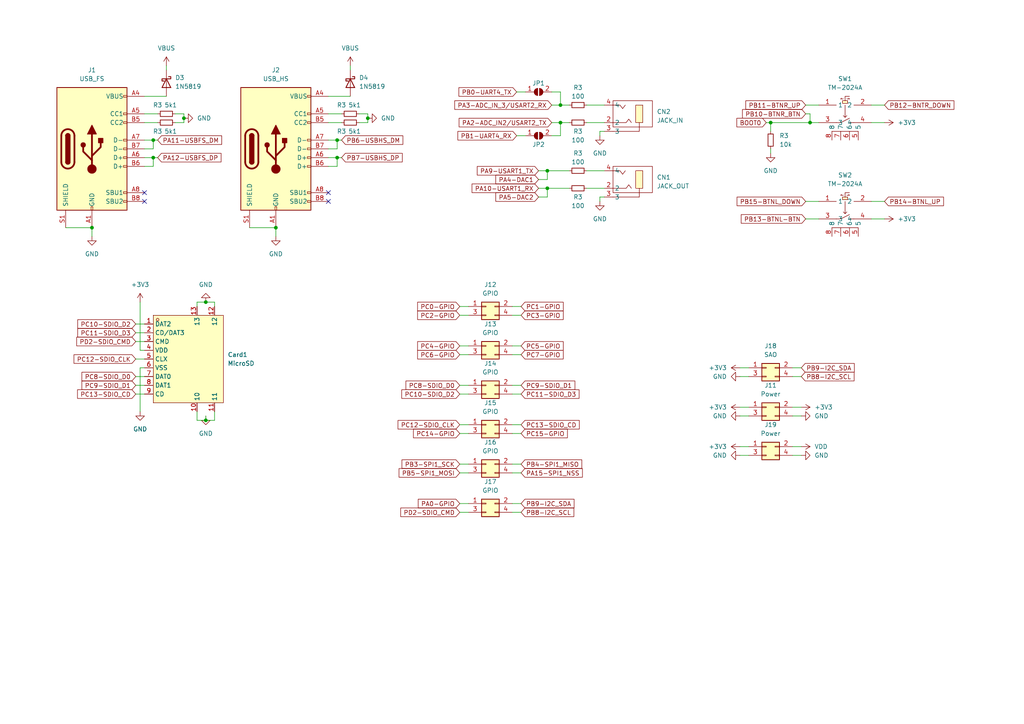
<source format=kicad_sch>
(kicad_sch (version 20230121) (generator eeschema)
  (paper "A4")
  (lib_symbols
    (symbol "Connector:USB_C_Receptacle_USB2.0" (pin_names (offset 1.016))
      (property "Reference" "J" (at -10.16 19.05 0))
      (property "Value" "USB_C_Receptacle_USB2.0" (at 19.05 19.05 0))
      (symbol "USB_C_Receptacle_USB2.0_0_0"
        (rectangle (start -0.254 -17.78) (end 0.254 -16.764))
        (rectangle (start 10.16 -14.986) (end 9.144 -15.494))
        (rectangle (start 10.16 -12.446) (end 9.144 -12.954))
        (rectangle (start 10.16 -4.826) (end 9.144 -5.334))
        (rectangle (start 10.16 -2.286) (end 9.144 -2.794))
        (rectangle (start 10.16 0.254) (end 9.144 -0.254))
        (rectangle (start 10.16 2.794) (end 9.144 2.286))
        (rectangle (start 10.16 7.874) (end 9.144 7.366))
        (rectangle (start 10.16 10.414) (end 9.144 9.906))
        (rectangle (start 10.16 15.494) (end 9.144 14.986))
      )
      (symbol "USB_C_Receptacle_USB2.0_0_1"
        (rectangle (start -10.16 17.78) (end 10.16 -17.78) (stroke (width 0.254)) (fill (type background)))
        (arc (start -8.89 -3.81) (mid -6.985 -5.7067) (end -5.08 -3.81) (stroke (width 0.508)))
        (arc (start -7.62 -3.81) (mid -6.985 -4.4423) (end -6.35 -3.81) (stroke (width 0.254)))
        (arc (start -7.62 -3.81) (mid -6.985 -4.4423) (end -6.35 -3.81) (stroke (width 0.254)) (fill (type outline)))
        (rectangle (start -7.62 -3.81) (end -6.35 3.81) (stroke (width 0.254)) (fill (type outline)))
        (arc (start -6.35 3.81) (mid -6.985 4.4423) (end -7.62 3.81) (stroke (width 0.254)))
        (arc (start -6.35 3.81) (mid -6.985 4.4423) (end -7.62 3.81) (stroke (width 0.254)) (fill (type outline)))
        (arc (start -5.08 3.81) (mid -6.985 5.7067) (end -8.89 3.81) (stroke (width 0.508)))
        (circle (center -2.54 1.143) (radius 0.635) (stroke (width 0.254)) (fill (type outline)))
        (circle (center 0 -5.842) (radius 1.27) (fill (type outline)))
        (polyline (pts (xy -8.89 -3.81) (xy -8.89 3.81)) (stroke (width 0.508)))
        (polyline (pts (xy -5.08 3.81) (xy -5.08 -3.81)) (stroke (width 0.508)))
        (polyline (pts (xy 0 -5.842) (xy 0 4.318)) (stroke (width 0.508)))
        (polyline (pts (xy 0 -3.302) (xy -2.54 -0.762) (xy -2.54 0.508)) (stroke (width 0.508)))
        (polyline (pts (xy 0 -2.032) (xy 2.54 0.508) (xy 2.54 1.778)) (stroke (width 0.508)))
        (polyline (pts (xy -1.27 4.318) (xy 0 6.858) (xy 1.27 4.318) (xy -1.27 4.318)) (stroke (width 0.254)) (fill (type outline)))
        (rectangle (start 1.905 1.778) (end 3.175 3.048) (stroke (width 0.254)) (fill (type outline)))
      )
      (symbol "USB_C_Receptacle_USB2.0_1_1"
        (pin passive line (at 0 -22.86 90) (length 5.08) (name "GND") (number "A1"))
        (pin passive line (at 0 -22.86 90) (length 5.08) hide (name "GND") (number "A12"))
        (pin passive line (at 15.24 15.24 180) (length 5.08) (name "VBUS") (number "A4"))
        (pin bidirectional line (at 15.24 10.16 180) (length 5.08) (name "CC1") (number "A5"))
        (pin bidirectional line (at 15.24 -2.54 180) (length 5.08) (name "D+") (number "A6"))
        (pin bidirectional line (at 15.24 2.54 180) (length 5.08) (name "D-") (number "A7"))
        (pin bidirectional line (at 15.24 -12.7 180) (length 5.08) (name "SBU1") (number "A8"))
        (pin passive line (at 15.24 15.24 180) (length 5.08) hide (name "VBUS") (number "A9"))
        (pin passive line (at 0 -22.86 90) (length 5.08) hide (name "GND") (number "B1"))
        (pin passive line (at 0 -22.86 90) (length 5.08) hide (name "GND") (number "B12"))
        (pin passive line (at 15.24 15.24 180) (length 5.08) hide (name "VBUS") (number "B4"))
        (pin bidirectional line (at 15.24 7.62 180) (length 5.08) (name "CC2") (number "B5"))
        (pin bidirectional line (at 15.24 -5.08 180) (length 5.08) (name "D+") (number "B6"))
        (pin bidirectional line (at 15.24 0 180) (length 5.08) (name "D-") (number "B7"))
        (pin bidirectional line (at 15.24 -15.24 180) (length 5.08) (name "SBU2") (number "B8"))
        (pin passive line (at 15.24 15.24 180) (length 5.08) hide (name "VBUS") (number "B9"))
        (pin passive line (at -7.62 -22.86 90) (length 5.08) (name "SHIELD") (number "S1"))
      )
    )
    (symbol "Connector_Generic:Conn_02x02_Odd_Even" (pin_names (offset 1.016) hide)
      (property "Reference" "J" (at 1.27 2.54 0))
      (property "Value" "Conn_02x02_Odd_Even" (at 1.27 -5.08 0))
      (symbol "Conn_02x02_Odd_Even_1_1"
        (rectangle (start -1.27 -2.413) (end 0 -2.667) (stroke (width 0.1524)))
        (rectangle (start -1.27 0.127) (end 0 -0.127) (stroke (width 0.1524)))
        (rectangle (start -1.27 1.27) (end 3.81 -3.81) (stroke (width 0.254)) (fill (type background)))
        (rectangle (start 3.81 -2.413) (end 2.54 -2.667) (stroke (width 0.1524)))
        (rectangle (start 3.81 0.127) (end 2.54 -0.127) (stroke (width 0.1524)))
        (pin passive line (at -5.08 0 0) (length 3.81) (name "Pin_1") (number "1"))
        (pin passive line (at 7.62 0 180) (length 3.81) (name "Pin_2") (number "2"))
        (pin passive line (at -5.08 -2.54 0) (length 3.81) (name "Pin_3") (number "3"))
        (pin passive line (at 7.62 -2.54 180) (length 3.81) (name "Pin_4") (number "4"))
      )
    )
    (symbol "Device:D_Schottky" (pin_numbers hide) (pin_names (offset 1.016) hide)
      (property "Reference" "D" (at 0 2.54 0))
      (property "Value" "D_Schottky" (at 0 -2.54 0))
      (symbol "D_Schottky_0_1"
        (polyline (pts (xy 1.27 0) (xy -1.27 0)))
        (polyline (pts (xy 1.27 1.27) (xy 1.27 -1.27) (xy -1.27 0) (xy 1.27 1.27)) (stroke (width 0.254)))
        (polyline (pts (xy -1.905 0.635) (xy -1.905 1.27) (xy -1.27 1.27) (xy -1.27 -1.27) (xy -0.635 -1.27) (xy -0.635 -0.635)) (stroke (width 0.254)))
      )
      (symbol "D_Schottky_1_1"
        (pin passive line (at -3.81 0 0) (length 2.54) (name "K") (number "1"))
        (pin passive line (at 3.81 0 180) (length 2.54) (name "A") (number "2"))
      )
    )
    (symbol "Device:R_Small" (pin_numbers hide) (pin_names (offset 0.254) hide)
      (property "Reference" "R" (at 0.762 0.508 0))
      (property "Value" "R_Small" (at 0.762 -1.016 0))
      (symbol "R_Small_0_1"
        (rectangle (start -0.762 1.778) (end 0.762 -1.778) (stroke (width 0.2032)))
      )
      (symbol "R_Small_1_1"
        (pin passive line (at 0 2.54 270) (length 0.762) (name "~") (number "1"))
        (pin passive line (at 0 -2.54 90) (length 0.762) (name "~") (number "2"))
      )
    )
    (symbol "Jumper:SolderJumper_2_Open" (pin_names (offset 0) hide)
      (property "Reference" "JP" (at 0 2.032 0))
      (property "Value" "SolderJumper_2_Open" (at 0 -2.54 0))
      (symbol "SolderJumper_2_Open_0_1"
        (arc (start -0.254 1.016) (mid -1.2656 0) (end -0.254 -1.016))
        (arc (start -0.254 1.016) (mid -1.2656 0) (end -0.254 -1.016) (fill (type outline)))
        (polyline (pts (xy -0.254 1.016) (xy -0.254 -1.016)))
        (polyline (pts (xy 0.254 1.016) (xy 0.254 -1.016)))
        (arc (start 0.254 -1.016) (mid 1.2656 0) (end 0.254 1.016))
        (arc (start 0.254 -1.016) (mid 1.2656 0) (end 0.254 1.016) (fill (type outline)))
      )
      (symbol "SolderJumper_2_Open_1_1"
        (pin passive line (at -3.81 0 0) (length 2.54) (name "A") (number "1"))
        (pin passive line (at 3.81 0 180) (length 2.54) (name "B") (number "2"))
      )
    )
    (symbol "PJ-320:PJ-320"
      (property "Reference" "CN" (at 0 7.62 0))
      (property "Value" "PJ-320" (at 0 -10.16 0))
      (symbol "PJ-320_0_1"
        (rectangle (start -11.43 1.27) (end 0 -6.35))
        (rectangle (start -8.64 0) (end -6.6 -5.08) (fill (type background)))
        (polyline (pts (xy -7.62 2.54) (xy -7.62 0)))
        (polyline (pts (xy -7.62 2.54) (xy 0 2.54)))
        (polyline (pts (xy 0 -5.08) (xy -2.03 -5.08) (xy -2.79 -4.06) (xy -3.56 -5.08)))
        (polyline (pts (xy 0 0) (xy -3.81 0) (xy -4.57 -1.02) (xy -5.33 0)))
        (pin unspecified line (at 2.54 0 180) (length 2.54) (name "2") (number "2"))
        (pin unspecified line (at 2.54 2.54 180) (length 2.54) (name "3") (number "3"))
        (pin unspecified line (at 2.54 -5.08 180) (length 2.54) (name "4") (number "4"))
      )
    )
    (symbol "TFPUSH:TFPUSH"
      (property "Reference" "Card" (at 0 20.32 0))
      (property "Value" "TF PUSH" (at 0 -20.32 0))
      (symbol "TFPUSH_0_1"
        (rectangle (start -7.62 12.7) (end 12.7 -12.7) (fill (type background)))
        (circle (center -6.35 11.43) (radius 0.38))
        (pin unspecified line (at -10.16 10.16 0) (length 2.54) (name "DAT2") (number "1"))
        (pin unspecified line (at 5.08 -15.24 90) (length 2.54) (name "10") (number "10"))
        (pin unspecified line (at 10.16 -15.24 90) (length 2.54) (name "11") (number "11"))
        (pin unspecified line (at 10.16 15.24 270) (length 2.54) (name "12") (number "12"))
        (pin unspecified line (at 5.08 15.24 270) (length 2.54) (name "13") (number "13"))
        (pin unspecified line (at -10.16 7.62 0) (length 2.54) (name "CD/DAT3") (number "2"))
        (pin unspecified line (at -10.16 5.08 0) (length 2.54) (name "CMD") (number "3"))
        (pin unspecified line (at -10.16 2.54 0) (length 2.54) (name "VDD") (number "4"))
        (pin unspecified line (at -10.16 0 0) (length 2.54) (name "CLX") (number "5"))
        (pin unspecified line (at -10.16 -2.54 0) (length 2.54) (name "VSS") (number "6"))
        (pin unspecified line (at -10.16 -5.08 0) (length 2.54) (name "DAT0") (number "7"))
        (pin unspecified line (at -10.16 -7.62 0) (length 2.54) (name "DAT1") (number "8"))
        (pin unspecified line (at -10.16 -10.16 0) (length 2.54) (name "CD") (number "9"))
      )
    )
    (symbol "TM2024A:TM-2024A"
      (property "Reference" "SW" (at 0 10.16 0))
      (property "Value" "TM-2024A" (at 0 -10.16 0))
      (symbol "TM-2024A_0_1"
        (rectangle (start -2.03 6.35) (end -0.51 5.59) (fill (type background)))
        (polyline (pts (xy -2.54 0) (xy -3.81 0)))
        (polyline (pts (xy -2.54 0) (xy 0 1.27)))
        (polyline (pts (xy -2.54 6.86) (xy -2.29 7.11)))
        (polyline (pts (xy -1.78 6.86) (xy -2.54 6.86)))
        (polyline (pts (xy -1.27 5.08) (xy -1.27 1.52)))
        (polyline (pts (xy -0.76 6.86) (xy 0 6.86)))
        (polyline (pts (xy -0.25 7.11) (xy 0 6.86)))
        (polyline (pts (xy 1.27 0) (xy 0 0)))
        (polyline (pts (xy 2.54 -2.54) (xy -5.08 -2.54)))
        (polyline (pts (xy -1.78 2.03) (xy -1.27 1.52) (xy -0.76 2.03)))
        (polyline (pts (xy -1.27 6.35) (xy -1.27 7.62) (xy 0 7.62) (xy 0 7.62)))
        (pin unspecified line (at -8.89 5.08 0) (length 5.08) (name "1") (number "1"))
        (pin unspecified line (at 6.35 5.08 180) (length 5.08) (name "2") (number "2"))
        (pin unspecified line (at -8.89 0 0) (length 5.08) (name "3") (number "3"))
        (pin unspecified line (at 6.35 0 180) (length 5.08) (name "4") (number "4"))
        (pin unspecified line (at 2.54 -5.08 90) (length 2.54) (name "5") (number "5"))
        (pin unspecified line (at 0 -5.08 90) (length 2.54) (name "6") (number "6"))
        (pin unspecified line (at -2.54 -5.08 90) (length 2.54) (name "7") (number "7"))
        (pin unspecified line (at -5.08 -5.08 90) (length 2.54) (name "8") (number "8"))
      )
    )
    (symbol "power:+3V3" (power) (pin_names (offset 0))
      (property "Value" "+3V3" (at 0 3.556 0))
      (symbol "+3V3_0_1"
        (polyline (pts (xy -0.762 1.27) (xy 0 2.54)))
        (polyline (pts (xy 0 0) (xy 0 2.54)))
        (polyline (pts (xy 0 2.54) (xy 0.762 1.27)))
      )
      (symbol "+3V3_1_1"
        (pin power_in line (at 0 0 90) (length 0) hide (name "+3V3") (number "1"))
      )
    )
    (symbol "power:GND" (power) (pin_names (offset 0))
      (property "Value" "GND" (at 0 -3.81 0))
      (symbol "GND_0_1"
        (polyline (pts (xy 0 0) (xy 0 -1.27) (xy 1.27 -1.27) (xy 0 -2.54) (xy -1.27 -1.27) (xy 0 -1.27)))
      )
      (symbol "GND_1_1"
        (pin power_in line (at 0 0 270) (length 0) hide (name "GND") (number "1"))
      )
    )
    (symbol "power:VBUS" (power) (pin_names (offset 0))
      (property "Value" "VBUS" (at 0 3.81 0))
      (symbol "VBUS_0_1"
        (polyline (pts (xy -0.762 1.27) (xy 0 2.54)))
        (polyline (pts (xy 0 0) (xy 0 2.54)))
        (polyline (pts (xy 0 2.54) (xy 0.762 1.27)))
      )
      (symbol "VBUS_1_1"
        (pin power_in line (at 0 0 90) (length 0) hide (name "VBUS") (number "1"))
      )
    )
    (symbol "power:VDD" (power) (pin_names (offset 0))
      (property "Value" "VDD" (at 0 3.81 0))
      (symbol "VDD_0_1"
        (polyline (pts (xy -0.762 1.27) (xy 0 2.54)))
        (polyline (pts (xy 0 0) (xy 0 2.54)))
        (polyline (pts (xy 0 2.54) (xy 0.762 1.27)))
      )
      (symbol "VDD_1_1"
        (pin power_in line (at 0 0 90) (length 0) hide (name "VDD") (number "1"))
      )
    )
  )
  (junction (at 80.01 66.04))
  (junction (at 97.79 40.64))
  (junction (at 53.34 34.29))
  (junction (at 44.45 40.64))
  (junction (at 162.56 35.56))
  (junction (at 97.79 45.72))
  (junction (at 44.45 45.72))
  (junction (at 26.67 66.04))
  (junction (at 106.68 34.29))
  (junction (at 162.56 30.48))
  (junction (at 158.75 54.61))
  (junction (at 59.69 121.92))
  (junction (at 234.95 35.56))
  (junction (at 223.52 35.56))
  (junction (at 158.75 49.53))
  (junction (at 59.69 87.63))
  (no_connect (at 41.91 55.88))
  (no_connect (at 95.25 58.42))
  (no_connect (at 41.91 58.42))
  (no_connect (at 95.25 55.88))
  (wire (pts (xy 62.23 121.92) (xy 59.69 121.92)))
  (wire (pts (xy 44.45 43.18) (xy 44.45 40.64)))
  (wire (pts (xy 222.25 35.56) (xy 223.52 35.56)))
  (wire (pts (xy 156.21 54.61) (xy 158.75 54.61)))
  (wire (pts (xy 233.68 33.02) (xy 234.95 33.02)))
  (wire (pts (xy 41.91 35.56) (xy 45.72 35.56)))
  (wire (pts (xy 97.79 45.72) (xy 99.06 45.72)))
  (wire (pts (xy 39.37 96.52) (xy 41.91 96.52)))
  (wire (pts (xy 40.64 106.68) (xy 40.64 119.38)))
  (wire (pts (xy 106.68 33.02) (xy 106.68 34.29)))
  (wire (pts (xy 162.56 26.67) (xy 162.56 30.48)))
  (wire (pts (xy 41.91 43.18) (xy 44.45 43.18)))
  (wire (pts (xy 148.59 125.73) (xy 151.13 125.73)))
  (wire (pts (xy 133.35 148.59) (xy 135.89 148.59)))
  (wire (pts (xy 53.34 33.02) (xy 53.34 34.29)))
  (wire (pts (xy 233.68 63.5) (xy 237.49 63.5)))
  (wire (pts (xy 19.05 66.04) (xy 26.67 66.04)))
  (wire (pts (xy 133.35 137.16) (xy 135.89 137.16)))
  (wire (pts (xy 97.79 40.64) (xy 99.06 40.64)))
  (wire (pts (xy 162.56 35.56) (xy 165.1 35.56)))
  (wire (pts (xy 170.18 35.56) (xy 175.26 35.56)))
  (wire (pts (xy 170.18 49.53) (xy 175.26 49.53)))
  (wire (pts (xy 214.63 106.68) (xy 217.17 106.68)))
  (wire (pts (xy 39.37 93.98) (xy 41.91 93.98)))
  (wire (pts (xy 148.59 148.59) (xy 151.13 148.59)))
  (wire (pts (xy 214.63 132.08) (xy 217.17 132.08)))
  (wire (pts (xy 233.68 30.48) (xy 237.49 30.48)))
  (wire (pts (xy 173.99 57.15) (xy 175.26 57.15)))
  (wire (pts (xy 104.14 35.56) (xy 106.68 35.56)))
  (wire (pts (xy 62.23 88.9) (xy 62.23 87.63)))
  (wire (pts (xy 41.91 33.02) (xy 45.72 33.02)))
  (wire (pts (xy 50.8 35.56) (xy 53.34 35.56)))
  (wire (pts (xy 156.21 57.15) (xy 158.75 57.15)))
  (wire (pts (xy 223.52 35.56) (xy 223.52 38.1)))
  (wire (pts (xy 170.18 30.48) (xy 175.26 30.48)))
  (wire (pts (xy 160.02 35.56) (xy 162.56 35.56)))
  (wire (pts (xy 229.87 109.22) (xy 232.41 109.22)))
  (wire (pts (xy 39.37 104.14) (xy 41.91 104.14)))
  (wire (pts (xy 133.35 146.05) (xy 135.89 146.05)))
  (wire (pts (xy 214.63 109.22) (xy 217.17 109.22)))
  (wire (pts (xy 148.59 146.05) (xy 151.13 146.05)))
  (wire (pts (xy 148.59 114.3) (xy 151.13 114.3)))
  (wire (pts (xy 149.86 39.37) (xy 152.4 39.37)))
  (wire (pts (xy 214.63 129.54) (xy 217.17 129.54)))
  (wire (pts (xy 148.59 137.16) (xy 151.13 137.16)))
  (wire (pts (xy 148.59 88.9) (xy 151.13 88.9)))
  (wire (pts (xy 39.37 111.76) (xy 41.91 111.76)))
  (wire (pts (xy 214.63 120.65) (xy 217.17 120.65)))
  (wire (pts (xy 252.73 30.48) (xy 256.54 30.48)))
  (wire (pts (xy 252.73 35.56) (xy 256.54 35.56)))
  (wire (pts (xy 40.64 101.6) (xy 41.91 101.6)))
  (wire (pts (xy 133.35 91.44) (xy 135.89 91.44)))
  (wire (pts (xy 148.59 100.33) (xy 151.13 100.33)))
  (wire (pts (xy 62.23 87.63) (xy 59.69 87.63)))
  (wire (pts (xy 41.91 40.64) (xy 44.45 40.64)))
  (wire (pts (xy 133.35 100.33) (xy 135.89 100.33)))
  (wire (pts (xy 133.35 88.9) (xy 135.89 88.9)))
  (wire (pts (xy 57.15 88.9) (xy 57.15 87.63)))
  (wire (pts (xy 148.59 111.76) (xy 151.13 111.76)))
  (wire (pts (xy 229.87 120.65) (xy 232.41 120.65)))
  (wire (pts (xy 106.68 35.56) (xy 106.68 34.29)))
  (wire (pts (xy 158.75 57.15) (xy 158.75 54.61)))
  (wire (pts (xy 57.15 119.38) (xy 57.15 121.92)))
  (wire (pts (xy 53.34 35.56) (xy 53.34 34.29)))
  (wire (pts (xy 158.75 54.61) (xy 165.1 54.61)))
  (wire (pts (xy 41.91 106.68) (xy 40.64 106.68)))
  (wire (pts (xy 133.35 134.62) (xy 135.89 134.62)))
  (wire (pts (xy 223.52 43.18) (xy 223.52 44.45)))
  (wire (pts (xy 57.15 87.63) (xy 59.69 87.63)))
  (wire (pts (xy 148.59 123.19) (xy 151.13 123.19)))
  (wire (pts (xy 57.15 121.92) (xy 59.69 121.92)))
  (wire (pts (xy 133.35 125.73) (xy 135.89 125.73)))
  (wire (pts (xy 148.59 91.44) (xy 151.13 91.44)))
  (wire (pts (xy 133.35 114.3) (xy 135.89 114.3)))
  (wire (pts (xy 170.18 54.61) (xy 175.26 54.61)))
  (wire (pts (xy 95.25 48.26) (xy 97.79 48.26)))
  (wire (pts (xy 162.56 39.37) (xy 162.56 35.56)))
  (wire (pts (xy 156.21 52.07) (xy 158.75 52.07)))
  (wire (pts (xy 48.26 19.05) (xy 48.26 20.32)))
  (wire (pts (xy 62.23 119.38) (xy 62.23 121.92)))
  (wire (pts (xy 229.87 106.68) (xy 232.41 106.68)))
  (wire (pts (xy 41.91 45.72) (xy 44.45 45.72)))
  (wire (pts (xy 156.21 49.53) (xy 158.75 49.53)))
  (wire (pts (xy 40.64 87.63) (xy 40.64 101.6)))
  (wire (pts (xy 26.67 66.04) (xy 26.67 68.58)))
  (wire (pts (xy 148.59 134.62) (xy 151.13 134.62)))
  (wire (pts (xy 229.87 118.11) (xy 232.41 118.11)))
  (wire (pts (xy 95.25 45.72) (xy 97.79 45.72)))
  (wire (pts (xy 252.73 58.42) (xy 256.54 58.42)))
  (wire (pts (xy 233.68 58.42) (xy 237.49 58.42)))
  (wire (pts (xy 44.45 45.72) (xy 45.72 45.72)))
  (wire (pts (xy 234.95 33.02) (xy 234.95 35.56)))
  (wire (pts (xy 252.73 63.5) (xy 256.54 63.5)))
  (wire (pts (xy 104.14 33.02) (xy 106.68 33.02)))
  (wire (pts (xy 39.37 99.06) (xy 41.91 99.06)))
  (wire (pts (xy 95.25 33.02) (xy 99.06 33.02)))
  (wire (pts (xy 95.25 40.64) (xy 97.79 40.64)))
  (wire (pts (xy 101.6 19.05) (xy 101.6 20.32)))
  (wire (pts (xy 50.8 33.02) (xy 53.34 33.02)))
  (wire (pts (xy 158.75 49.53) (xy 165.1 49.53)))
  (wire (pts (xy 59.69 120.65) (xy 59.69 121.92)))
  (wire (pts (xy 173.99 38.1) (xy 175.26 38.1)))
  (wire (pts (xy 133.35 102.87) (xy 135.89 102.87)))
  (wire (pts (xy 160.02 26.67) (xy 162.56 26.67)))
  (wire (pts (xy 95.25 35.56) (xy 99.06 35.56)))
  (wire (pts (xy 39.37 109.22) (xy 41.91 109.22)))
  (wire (pts (xy 95.25 43.18) (xy 97.79 43.18)))
  (wire (pts (xy 229.87 129.54) (xy 232.41 129.54)))
  (wire (pts (xy 80.01 66.04) (xy 80.01 68.58)))
  (wire (pts (xy 133.35 123.19) (xy 135.89 123.19)))
  (wire (pts (xy 39.37 114.3) (xy 41.91 114.3)))
  (wire (pts (xy 173.99 58.42) (xy 173.99 57.15)))
  (wire (pts (xy 44.45 48.26) (xy 44.45 45.72)))
  (wire (pts (xy 44.45 40.64) (xy 45.72 40.64)))
  (wire (pts (xy 41.91 27.94) (xy 48.26 27.94)))
  (wire (pts (xy 214.63 118.11) (xy 217.17 118.11)))
  (wire (pts (xy 160.02 39.37) (xy 162.56 39.37)))
  (wire (pts (xy 223.52 35.56) (xy 234.95 35.56)))
  (wire (pts (xy 95.25 27.94) (xy 101.6 27.94)))
  (wire (pts (xy 234.95 35.56) (xy 237.49 35.56)))
  (wire (pts (xy 173.99 39.37) (xy 173.99 38.1)))
  (wire (pts (xy 149.86 26.67) (xy 152.4 26.67)))
  (wire (pts (xy 148.59 102.87) (xy 151.13 102.87)))
  (wire (pts (xy 97.79 43.18) (xy 97.79 40.64)))
  (wire (pts (xy 158.75 52.07) (xy 158.75 49.53)))
  (wire (pts (xy 97.79 48.26) (xy 97.79 45.72)))
  (wire (pts (xy 162.56 30.48) (xy 165.1 30.48)))
  (wire (pts (xy 41.91 48.26) (xy 44.45 48.26)))
  (wire (pts (xy 133.35 111.76) (xy 135.89 111.76)))
  (wire (pts (xy 72.39 66.04) (xy 80.01 66.04)))
  (wire (pts (xy 229.87 132.08) (xy 232.41 132.08)))
  (wire (pts (xy 160.02 30.48) (xy 162.56 30.48)))
  (global_label "PB7-USBHS_DP" (shape input) (at 99.06 45.72 0) (property "Intersheetrefs" "${INTERSHEET_REFS}" (effects hide)))
  (global_label "PC8-SDIO_D0" (shape input) (at 39.37 109.22 180) (property "Intersheetrefs" "${INTERSHEET_REFS}" (effects hide)))
  (global_label "PC2-GPIO" (shape input) (at 133.35 91.44 180) (property "Intersheetrefs" "${INTERSHEET_REFS}" (effects hide)))
  (global_label "PA15-SPI1_NSS" (shape input) (at 151.13 137.16 0) (property "Intersheetrefs" "${INTERSHEET_REFS}" (effects hide)))
  (global_label "PC11-SDIO_D3" (shape input) (at 39.37 96.52 180) (property "Intersheetrefs" "${INTERSHEET_REFS}" (effects hide)))
  (global_label "PA10-USART1_RX" (shape input) (at 156.21 54.61 180) (property "Intersheetrefs" "${INTERSHEET_REFS}" (effects hide)))
  (global_label "PB9-I2C_SDA" (shape input) (at 232.41 106.68 0) (property "Intersheetrefs" "${INTERSHEET_REFS}" (effects hide)))
  (global_label "PB11-BTNR_UP" (shape input) (at 233.68 30.48 180) (property "Intersheetrefs" "${INTERSHEET_REFS}" (effects hide)))
  (global_label "PC11-SDIO_D3" (shape input) (at 151.13 114.3 0) (property "Intersheetrefs" "${INTERSHEET_REFS}" (effects hide)))
  (global_label "PB13-BTNL-BTN" (shape input) (at 233.68 63.5 180) (property "Intersheetrefs" "${INTERSHEET_REFS}" (effects hide)))
  (global_label "PB8-I2C_SCL" (shape input) (at 232.41 109.22 0) (property "Intersheetrefs" "${INTERSHEET_REFS}" (effects hide)))
  (global_label "PB8-I2C_SCL" (shape input) (at 151.13 148.59 0) (property "Intersheetrefs" "${INTERSHEET_REFS}" (effects hide)))
  (global_label "PB5-SPI1_MOSI" (shape input) (at 133.35 137.16 180) (property "Intersheetrefs" "${INTERSHEET_REFS}" (effects hide)))
  (global_label "PC14-GPIO" (shape input) (at 133.35 125.73 180) (property "Intersheetrefs" "${INTERSHEET_REFS}" (effects hide)))
  (global_label "PB4-SPI1_MISO" (shape input) (at 151.13 134.62 0) (property "Intersheetrefs" "${INTERSHEET_REFS}" (effects hide)))
  (global_label "PC8-SDIO_D0" (shape input) (at 133.35 111.76 180) (property "Intersheetrefs" "${INTERSHEET_REFS}" (effects hide)))
  (global_label "PC13-SDIO_CD" (shape input) (at 39.37 114.3 180) (property "Intersheetrefs" "${INTERSHEET_REFS}" (effects hide)))
  (global_label "PB12-BNTR_DOWN" (shape input) (at 256.54 30.48 0) (property "Intersheetrefs" "${INTERSHEET_REFS}" (effects hide)))
  (global_label "PC10-SDIO_D2" (shape input) (at 133.35 114.3 180) (property "Intersheetrefs" "${INTERSHEET_REFS}" (effects hide)))
  (global_label "PA12-USBFS_DP" (shape input) (at 45.72 45.72 0) (property "Intersheetrefs" "${INTERSHEET_REFS}" (effects hide)))
  (global_label "PC0-GPIO" (shape input) (at 133.35 88.9 180) (property "Intersheetrefs" "${INTERSHEET_REFS}" (effects hide)))
  (global_label "PC9-SDIO_D1" (shape input) (at 151.13 111.76 0) (property "Intersheetrefs" "${INTERSHEET_REFS}" (effects hide)))
  (global_label "PC1-GPIO" (shape input) (at 151.13 88.9 0) (property "Intersheetrefs" "${INTERSHEET_REFS}" (effects hide)))
  (global_label "PC10-SDIO_D2" (shape input) (at 39.37 93.98 180) (property "Intersheetrefs" "${INTERSHEET_REFS}" (effects hide)))
  (global_label "PC7-GPIO" (shape input) (at 151.13 102.87 0) (property "Intersheetrefs" "${INTERSHEET_REFS}" (effects hide)))
  (global_label "PC15-GPIO" (shape input) (at 151.13 125.73 0) (property "Intersheetrefs" "${INTERSHEET_REFS}" (effects hide)))
  (global_label "PC3-GPIO" (shape input) (at 151.13 91.44 0) (property "Intersheetrefs" "${INTERSHEET_REFS}" (effects hide)))
  (global_label "PB15-BTNL_DOWN" (shape input) (at 233.68 58.42 180) (property "Intersheetrefs" "${INTERSHEET_REFS}" (effects hide)))
  (global_label "PA9-USART1_TX" (shape input) (at 156.21 49.53 180) (property "Intersheetrefs" "${INTERSHEET_REFS}" (effects hide)))
  (global_label "PB14-BTNL_UP" (shape input) (at 256.54 58.42 0) (property "Intersheetrefs" "${INTERSHEET_REFS}" (effects hide)))
  (global_label "PC12-SDIO_CLK" (shape input) (at 39.37 104.14 180) (property "Intersheetrefs" "${INTERSHEET_REFS}" (effects hide)))
  (global_label "BOOT0" (shape input) (at 222.25 35.56 180) (property "Intersheetrefs" "${INTERSHEET_REFS}" (effects hide)))
  (global_label "PA0-GPIO" (shape input) (at 133.35 146.05 180) (property "Intersheetrefs" "${INTERSHEET_REFS}" (effects hide)))
  (global_label "PB9-I2C_SDA" (shape input) (at 151.13 146.05 0) (property "Intersheetrefs" "${INTERSHEET_REFS}" (effects hide)))
  (global_label "PD2-SDIO_CMD" (shape input) (at 133.35 148.59 180) (property "Intersheetrefs" "${INTERSHEET_REFS}" (effects hide)))
  (global_label "PA11-USBFS_DM" (shape input) (at 45.72 40.64 0) (property "Intersheetrefs" "${INTERSHEET_REFS}" (effects hide)))
  (global_label "PC13-SDIO_CD" (shape input) (at 151.13 123.19 0) (property "Intersheetrefs" "${INTERSHEET_REFS}" (effects hide)))
  (global_label "PB0-UART4_TX" (shape input) (at 149.86 26.67 180) (property "Intersheetrefs" "${INTERSHEET_REFS}" (effects hide)))
  (global_label "PB10-BTNR_BTN" (shape input) (at 233.68 33.02 180) (property "Intersheetrefs" "${INTERSHEET_REFS}" (effects hide)))
  (global_label "PC5-GPIO" (shape input) (at 151.13 100.33 0) (property "Intersheetrefs" "${INTERSHEET_REFS}" (effects hide)))
  (global_label "PC12-SDIO_CLK" (shape input) (at 133.35 123.19 180) (property "Intersheetrefs" "${INTERSHEET_REFS}" (effects hide)))
  (global_label "PA4-DAC1" (shape input) (at 156.21 52.07 180) (property "Intersheetrefs" "${INTERSHEET_REFS}" (effects hide)))
  (global_label "PC9-SDIO_D1" (shape input) (at 39.37 111.76 180) (property "Intersheetrefs" "${INTERSHEET_REFS}" (effects hide)))
  (global_label "PB3-SPI1_SCK" (shape input) (at 133.35 134.62 180) (property "Intersheetrefs" "${INTERSHEET_REFS}" (effects hide)))
  (global_label "PA3-ADC_IN_3{slash}USART2_RX" (shape input) (at 160.02 30.48 180) (property "Intersheetrefs" "${INTERSHEET_REFS}" (effects hide)))
  (global_label "PC4-GPIO" (shape input) (at 133.35 100.33 180) (property "Intersheetrefs" "${INTERSHEET_REFS}" (effects hide)))
  (global_label "PC6-GPIO" (shape input) (at 133.35 102.87 180) (property "Intersheetrefs" "${INTERSHEET_REFS}" (effects hide)))
  (global_label "PA5-DAC2" (shape input) (at 156.21 57.15 180) (property "Intersheetrefs" "${INTERSHEET_REFS}" (effects hide)))
  (global_label "PD2-SDIO_CMD" (shape input) (at 39.37 99.06 180) (property "Intersheetrefs" "${INTERSHEET_REFS}" (effects hide)))
  (global_label "PA2-ADC_IN2{slash}USART2_TX" (shape input) (at 160.02 35.56 180) (property "Intersheetrefs" "${INTERSHEET_REFS}" (effects hide)))
  (global_label "PB6-USBHS_DM" (shape input) (at 99.06 40.64 0) (property "Intersheetrefs" "${INTERSHEET_REFS}" (effects hide)))
  (global_label "PB1-UART4_RX" (shape input) (at 149.86 39.37 180) (property "Intersheetrefs" "${INTERSHEET_REFS}" (effects hide)))
  (symbol (lib_id "Device:R_Small") (at 167.64 54.61 90) (unit 1)
    (property "Reference" "R3" (at 167.64 57.15 90))
    (property "Value" "100" (at 167.64 59.69 90))
    (property "Footprint" "Resistor_SMD:R_0603_1608Metric" (effects hide))
    (instances (project "Badge_Bottom" (path "" (reference "R3") (unit 1)) (path "" (reference "R7") (unit 1)) (path "" (reference "R7") (unit 1))))
  )
  (symbol (lib_id "Connector_Generic:Conn_02x02_Odd_Even") (at 140.97 146.05 0) (unit 1) (in_bom no)
    (property "Reference" "J17" (at 142.24 139.7 0))
    (property "Value" "GPIO" (at 142.24 142.24 0))
    (property "Footprint" "Connector_PinHeader_2.54mm:PinHeader_2x02_P2.54mm_Vertical" (effects hide))
  )
  (symbol (lib_id "Connector_Generic:Conn_02x02_Odd_Even") (at 140.97 100.33 0) (unit 1) (in_bom no)
    (property "Reference" "J13" (at 142.24 93.98 0))
    (property "Value" "GPIO" (at 142.24 96.52 0))
    (property "Footprint" "Connector_PinHeader_2.54mm:PinHeader_2x02_P2.54mm_Vertical" (effects hide))
  )
  (symbol (lib_id "power:GND") (at 40.64 119.38 0) (unit 1)
    (property "Reference" "#PWR026" (effects hide))
    (property "Value" "GND" (at 40.64 124.46 0))
    (instances (project "Badge_Bottom" (path "" (reference "#PWR026") (unit 1)) (path "" (reference "#PWR017") (unit 1))))
  )
  (symbol (lib_id "Connector:USB_C_Receptacle_USB2.0") (at 26.67 43.18 0) (unit 1)
    (property "Reference" "J1" (at 26.67 20.32 0))
    (property "Value" "USB_FS" (at 26.67 22.86 0))
    (property "Footprint" "Connector_USB:USB_C_Receptacle_HRO_TYPE-C-31-M-12" (effects hide))
    (property "Datasheet" "https://www.usb.org/sites/default/files/documents/usb_type-c.zip" (effects hide))
  )
  (symbol (lib_id "power:+3V3") (at 256.54 63.5 270) (unit 1)
    (property "Reference" "#PWR02" (effects hide))
    (property "Value" "+3V3" (at 260.35 63.5 90) (effects (justify left)))
    (instances (project "Badge_Bottom" (path "" (reference "#PWR02") (unit 1)) (path "" (reference "#PWR033") (unit 1)) (path "" (reference "#PWR056") (unit 1))))
  )
  (symbol (lib_id "power:GND") (at 214.63 132.08 270) (unit 1)
    (property "Reference" "#PWR026" (effects hide))
    (property "Value" "GND" (at 210.82 132.08 90) (effects (justify right)))
    (instances (project "Badge_Bottom" (path "" (reference "#PWR026") (unit 1)) (path "" (reference "#PWR052") (unit 1))))
  )
  (symbol (lib_id "Connector_Generic:Conn_02x02_Odd_Even") (at 140.97 88.9 0) (unit 1) (in_bom no)
    (property "Reference" "J12" (at 142.24 82.55 0))
    (property "Value" "GPIO" (at 142.24 85.09 0))
    (property "Footprint" "Connector_PinHeader_2.54mm:PinHeader_2x02_P2.54mm_Vertical" (effects hide))
  )
  (symbol (lib_id "Device:R_Small") (at 48.26 35.56 90) (unit 1)
    (property "Reference" "R3" (at 45.72 38.1 90))
    (property "Value" "5k1" (at 49.53 38.1 90))
    (property "Footprint" "Resistor_SMD:R_0603_1608Metric" (effects hide))
    (instances (project "Badge_Bottom" (path "" (reference "R3") (unit 1)) (path "" (reference "R9") (unit 1)) (path "" (reference "R9") (unit 1))))
  )
  (symbol (lib_id "Device:R_Small") (at 223.52 40.64 180) (unit 1)
    (property "Reference" "R3" (at 226.06 39.37 0) (effects (justify right)))
    (property "Value" "10k" (at 226.06 41.91 0) (effects (justify right)))
    (property "Footprint" "Resistor_SMD:R_0603_1608Metric" (effects hide))
    (instances (project "Badge_Bottom" (path "" (reference "R3") (unit 1)) (path "" (reference "R12") (unit 1)) (path "" (reference "R12") (unit 1))))
  )
  (symbol (lib_id "Connector:USB_C_Receptacle_USB2.0") (at 80.01 43.18 0) (unit 1)
    (property "Reference" "J2" (at 80.01 20.32 0))
    (property "Value" "USB_HS" (at 80.01 22.86 0))
    (property "Footprint" "Connector_USB:USB_C_Receptacle_HRO_TYPE-C-31-M-12" (effects hide))
    (property "Datasheet" "https://www.usb.org/sites/default/files/documents/usb_type-c.zip" (effects hide))
  )
  (symbol (lib_id "power:VBUS") (at 48.26 19.05 0) (unit 1)
    (property "Reference" "#PWR04" (effects hide))
    (property "Value" "VBUS" (at 48.26 13.97 0))
    (instances (project "Badge_Bottom" (path "" (reference "#PWR04") (unit 1)) (path "" (reference "#PWR018") (unit 1)) (path "" (reference "#PWR026") (unit 1))))
  )
  (symbol (lib_id "power:+3V3") (at 40.64 87.63 0) (unit 1)
    (property "Reference" "#PWR02" (effects hide))
    (property "Value" "+3V3" (at 40.64 82.55 0))
    (instances (project "Badge_Bottom" (path "" (reference "#PWR02") (unit 1)) (path "" (reference "#PWR033") (unit 1)) (path "" (reference "#PWR044") (unit 1))))
  )
  (symbol (lib_id "power:GND") (at 173.99 58.42 0) (unit 1)
    (property "Reference" "#PWR028" (effects hide))
    (property "Value" "GND" (at 173.99 63.5 0))
    (instances (project "Badge_Bottom" (path "" (reference "#PWR028") (unit 1)) (path "" (reference "#PWR029") (unit 1))))
  )
  (symbol (lib_id "Jumper:SolderJumper_2_Open") (at 156.21 26.67 0) (unit 1)
    (property "Reference" "JP1" (at 156.21 24.13 0))
    (property "Value" "SolderJumper_2_Open" (effects hide))
    (property "Footprint" "Jumper:SolderJumper-2_P1.3mm_Open_RoundedPad1.0x1.5mm" (effects hide))
  )
  (symbol (lib_id "power:+3V3") (at 256.54 35.56 270) (unit 1)
    (property "Reference" "#PWR02" (effects hide))
    (property "Value" "+3V3" (at 260.35 35.56 90) (effects (justify left)))
    (instances (project "Badge_Bottom" (path "" (reference "#PWR02") (unit 1)) (path "" (reference "#PWR033") (unit 1)) (path "" (reference "#PWR034") (unit 1))))
  )
  (symbol (lib_id "Connector_Generic:Conn_02x02_Odd_Even") (at 222.25 106.68 0) (unit 1) (in_bom no)
    (property "Reference" "J18" (at 223.52 100.33 0))
    (property "Value" "SAO" (at 223.52 102.87 0))
    (property "Footprint" "Connector_PinSocket_2.54mm:PinSocket_2x02_P2.54mm_Horizontal" (effects hide))
  )
  (symbol (lib_id "Device:R_Small") (at 101.6 33.02 90) (unit 1)
    (property "Reference" "R3" (at 99.06 30.48 90))
    (property "Value" "5k1" (at 102.87 30.48 90))
    (property "Footprint" "Resistor_SMD:R_0603_1608Metric" (effects hide))
    (instances (project "Badge_Bottom" (path "" (reference "R3") (unit 1)) (path "" (reference "R10") (unit 1)) (path "" (reference "R10") (unit 1))))
  )
  (symbol (lib_id "Device:R_Small") (at 167.64 49.53 90) (unit 1)
    (property "Reference" "R3" (at 167.64 44.45 90))
    (property "Value" "100" (at 167.64 46.99 90))
    (property "Footprint" "Resistor_SMD:R_0603_1608Metric" (effects hide))
    (instances (project "Badge_Bottom" (path "" (reference "R3") (unit 1)) (path "" (reference "R6") (unit 1)) (path "" (reference "R6") (unit 1))))
  )
  (symbol (lib_id "Device:R_Small") (at 167.64 30.48 90) (unit 1)
    (property "Reference" "R3" (at 167.64 25.4 90))
    (property "Value" "100" (at 167.64 27.94 90))
    (property "Footprint" "Resistor_SMD:R_0603_1608Metric" (effects hide))
    (instances (project "Badge_Bottom" (path "" (reference "R3") (unit 1)) (path "" (reference "R4") (unit 1)) (path "" (reference "R4") (unit 1))))
  )
  (symbol (lib_id "Device:D_Schottky") (at 48.26 24.13 270) (unit 1)
    (property "Reference" "D3" (at 50.8 22.5425 90) (effects (justify left)))
    (property "Value" "1N5819" (at 50.8 25.0825 90) (effects (justify left)))
    (property "Footprint" "Diode_SMD:D_SOD-323" (effects hide))
  )
  (symbol (lib_id "power:GND") (at 214.63 120.65 270) (unit 1)
    (property "Reference" "#PWR026" (effects hide))
    (property "Value" "GND" (at 210.82 120.65 90) (effects (justify right)))
    (instances (project "Badge_Bottom" (path "" (reference "#PWR026") (unit 1)) (path "" (reference "#PWR048") (unit 1))))
  )
  (symbol (lib_id "Device:D_Schottky") (at 101.6 24.13 270) (unit 1)
    (property "Reference" "D4" (at 104.14 22.5425 90) (effects (justify left)))
    (property "Value" "1N5819" (at 104.14 25.0825 90) (effects (justify left)))
    (property "Footprint" "Diode_SMD:D_SOD-323" (effects hide))
  )
  (symbol (lib_id "power:VBUS") (at 101.6 19.05 0) (unit 1)
    (property "Reference" "#PWR04" (effects hide))
    (property "Value" "VBUS" (at 101.6 13.97 0))
    (instances (project "Badge_Bottom" (path "" (reference "#PWR04") (unit 1)) (path "" (reference "#PWR027") (unit 1)) (path "" (reference "#PWR027") (unit 1))))
  )
  (symbol (lib_id "power:+3V3") (at 214.63 129.54 90) (unit 1)
    (property "Reference" "#PWR02" (effects hide))
    (property "Value" "+3V3" (at 210.82 129.54 90) (effects (justify left)))
    (instances (project "Badge_Bottom" (path "" (reference "#PWR02") (unit 1)) (path "" (reference "#PWR033") (unit 1)) (path "" (reference "#PWR051") (unit 1))))
  )
  (symbol (lib_id "power:+3V3") (at 214.63 106.68 90) (unit 1)
    (property "Reference" "#PWR02" (effects hide))
    (property "Value" "+3V3" (at 210.82 106.68 90) (effects (justify left)))
    (instances (project "Badge_Bottom" (path "" (reference "#PWR02") (unit 1)) (path "" (reference "#PWR033") (unit 1)) (path "" (reference "#PWR046") (unit 1))))
  )
  (symbol (lib_id "TM2024A:TM-2024A") (at 246.38 63.5 0) (unit 1)
    (property "Reference" "SW2" (at 245.11 50.8 0))
    (property "Value" "TM-2024A" (at 245.11 53.34 0))
    (property "Footprint" "TM2024A:SW-SMD_TM-2024A" (effects hide))
    (property "Manufacturer" "XKB Connectivity(中国星坤)" (effects hide))
    (property "LCSC Part" "C561480" (effects hide))
    (property "JLC Part" "Extended Part" (effects hide))
  )
  (symbol (lib_id "power:GND") (at 106.68 34.29 90) (unit 1)
    (property "Reference" "#PWR031" (effects hide))
    (property "Value" "GND" (at 110.49 34.29 90) (effects (justify right)))
  )
  (symbol (lib_id "Device:R_Small") (at 101.6 35.56 90) (unit 1)
    (property "Reference" "R3" (at 99.06 38.1 90))
    (property "Value" "5k1" (at 102.87 38.1 90))
    (property "Footprint" "Resistor_SMD:R_0603_1608Metric" (effects hide))
    (instances (project "Badge_Bottom" (path "" (reference "R3") (unit 1)) (path "" (reference "R11") (unit 1)) (path "" (reference "R11") (unit 1))))
  )
  (symbol (lib_id "Connector_Generic:Conn_02x02_Odd_Even") (at 222.25 129.54 0) (unit 1) (in_bom no)
    (property "Reference" "J19" (at 223.52 123.19 0))
    (property "Value" "Power" (at 223.52 125.73 0))
    (property "Footprint" "Connector_PinHeader_2.54mm:PinHeader_2x02_P2.54mm_Vertical" (effects hide))
  )
  (symbol (lib_id "power:GND") (at 214.63 109.22 270) (unit 1)
    (property "Reference" "#PWR026" (effects hide))
    (property "Value" "GND" (at 210.82 109.22 90) (effects (justify right)))
    (instances (project "Badge_Bottom" (path "" (reference "#PWR026") (unit 1)) (path "" (reference "#PWR045") (unit 1))))
  )
  (symbol (lib_id "power:GND") (at 223.52 44.45 0) (unit 1)
    (property "Reference" "#PWR034" (effects hide))
    (property "Value" "GND" (at 223.52 49.53 0))
    (instances (project "Badge_Bottom" (path "" (reference "#PWR034") (unit 1)) (path "" (reference "#PWR033") (unit 1))))
  )
  (symbol (lib_id "power:VDD") (at 232.41 129.54 270) (unit 1)
    (property "Reference" "#PWR03" (effects hide))
    (property "Value" "VDD" (at 236.22 129.54 90) (effects (justify left)))
    (instances (project "Badge_Top" (path "" (reference "#PWR03") (unit 1))) (project "Badge_Bottom" (path "" (reference "#PWR021") (unit 1)) (path "" (reference "#PWR014") (unit 1)) (path "" (reference "#PWR054") (unit 1))))
  )
  (symbol (lib_id "Device:R_Small") (at 48.26 33.02 90) (unit 1)
    (property "Reference" "R3" (at 45.72 30.48 90))
    (property "Value" "5k1" (at 49.53 30.48 90))
    (property "Footprint" "Resistor_SMD:R_0603_1608Metric" (effects hide))
    (instances (project "Badge_Bottom" (path "" (reference "R3") (unit 1)) (path "" (reference "R8") (unit 1)) (path "" (reference "R8") (unit 1))))
  )
  (symbol (lib_id "Device:R_Small") (at 167.64 35.56 90) (unit 1)
    (property "Reference" "R3" (at 167.64 38.1 90))
    (property "Value" "100" (at 167.64 40.64 90))
    (property "Footprint" "Resistor_SMD:R_0603_1608Metric" (effects hide))
    (instances (project "Badge_Bottom" (path "" (reference "R3") (unit 1)) (path "" (reference "R5") (unit 1)) (path "" (reference "R5") (unit 1))))
  )
  (symbol (lib_id "power:GND") (at 59.69 87.63 180) (unit 1)
    (property "Reference" "#PWR026" (effects hide))
    (property "Value" "GND" (at 59.69 82.55 0))
    (instances (project "Badge_Bottom" (path "" (reference "#PWR026") (unit 1)) (path "" (reference "#PWR043") (unit 1))))
  )
  (symbol (lib_id "Connector_Generic:Conn_02x02_Odd_Even") (at 140.97 111.76 0) (unit 1) (in_bom no)
    (property "Reference" "J14" (at 142.24 105.41 0))
    (property "Value" "GPIO" (at 142.24 107.95 0))
    (property "Footprint" "Connector_PinHeader_2.54mm:PinHeader_2x02_P2.54mm_Vertical" (effects hide))
  )
  (symbol (lib_id "power:GND") (at 232.41 132.08 90) (mirror x) (unit 1)
    (property "Reference" "#PWR026" (effects hide))
    (property "Value" "GND" (at 236.22 132.08 90) (effects (justify right)))
    (instances (project "Badge_Bottom" (path "" (reference "#PWR026") (unit 1)) (path "" (reference "#PWR053") (unit 1))))
  )
  (symbol (lib_id "power:+3V3") (at 232.41 118.11 270) (mirror x) (unit 1)
    (property "Reference" "#PWR02" (effects hide))
    (property "Value" "+3V3" (at 236.22 118.11 90) (effects (justify left)))
    (instances (project "Badge_Bottom" (path "" (reference "#PWR02") (unit 1)) (path "" (reference "#PWR033") (unit 1)) (path "" (reference "#PWR049") (unit 1))))
  )
  (symbol (lib_id "power:GND") (at 59.69 120.65 0) (unit 1)
    (property "Reference" "#PWR026" (effects hide))
    (property "Value" "GND" (at 59.69 125.73 0))
    (instances (project "Badge_Bottom" (path "" (reference "#PWR026") (unit 1)) (path "" (reference "#PWR042") (unit 1))))
  )
  (symbol (lib_id "power:GND") (at 80.01 68.58 0) (unit 1)
    (property "Reference" "#PWR026" (effects hide))
    (property "Value" "GND" (at 80.01 73.66 0))
    (instances (project "Badge_Bottom" (path "" (reference "#PWR026") (unit 1)) (path "" (reference "#PWR019") (unit 1))))
  )
  (symbol (lib_id "PJ-320:PJ-320") (at 177.8 35.56 180) (unit 1)
    (property "Reference" "CN2" (at 190.5 32.385 0) (effects (justify right)))
    (property "Value" "JACK_IN" (at 190.5 34.925 0) (effects (justify right)))
    (property "Footprint" "PJ-320:AUDIO-TH_HOOYA_PJ-320" (effects hide))
    (property "Manufacturer" "HOOYA(皓宇电子)" (effects hide))
    (property "LCSC Part" "C2939180" (effects hide))
    (property "JLC Part" "Extended Part" (effects hide))
    (instances (project "Badge_Bottom" (path "" (reference "CN2") (unit 1)) (path "" (reference "CN1") (unit 1))))
  )
  (symbol (lib_id "PJ-320:PJ-320") (at 177.8 54.61 180) (unit 1)
    (property "Reference" "CN1" (at 190.5 51.435 0) (effects (justify right)))
    (property "Value" "JACK_OUT" (at 190.5 53.975 0) (effects (justify right)))
    (property "Footprint" "PJ-320:AUDIO-TH_HOOYA_PJ-320" (effects hide))
    (property "Manufacturer" "HOOYA(皓宇电子)" (effects hide))
    (property "LCSC Part" "C2939180" (effects hide))
    (property "JLC Part" "Extended Part" (effects hide))
    (instances (project "Badge_Bottom" (path "" (reference "CN1") (unit 1)) (path "" (reference "CN2") (unit 1))))
  )
  (symbol (lib_id "Connector_Generic:Conn_02x02_Odd_Even") (at 140.97 123.19 0) (unit 1) (in_bom no)
    (property "Reference" "J15" (at 142.24 116.84 0))
    (property "Value" "GPIO" (at 142.24 119.38 0))
    (property "Footprint" "Connector_PinHeader_2.54mm:PinHeader_2x02_P2.54mm_Vertical" (effects hide))
  )
  (symbol (lib_id "Connector_Generic:Conn_02x02_Odd_Even") (at 140.97 134.62 0) (unit 1) (in_bom no)
    (property "Reference" "J16" (at 142.24 128.27 0))
    (property "Value" "GPIO" (at 142.24 130.81 0))
    (property "Footprint" "Connector_PinHeader_2.54mm:PinHeader_2x02_P2.54mm_Vertical" (effects hide))
  )
  (symbol (lib_id "TM2024A:TM-2024A") (at 246.38 35.56 0) (unit 1)
    (property "Reference" "SW1" (at 245.11 22.86 0))
    (property "Value" "TM-2024A" (at 245.11 25.4 0))
    (property "Footprint" "TM2024A:SW-SMD_TM-2024A" (effects hide))
    (property "Manufacturer" "XKB Connectivity(中国星坤)" (effects hide))
    (property "LCSC Part" "C561480" (effects hide))
    (property "JLC Part" "Extended Part" (effects hide))
  )
  (symbol (lib_id "Jumper:SolderJumper_2_Open") (at 156.21 39.37 0) (unit 1)
    (property "Reference" "JP2" (at 156.21 41.91 0))
    (property "Value" "SolderJumper_2_Open" (effects hide))
    (property "Footprint" "Jumper:SolderJumper-2_P1.3mm_Open_RoundedPad1.0x1.5mm" (effects hide))
  )
  (symbol (lib_id "power:GND") (at 173.99 39.37 0) (unit 1)
    (property "Reference" "#PWR029" (effects hide))
    (property "Value" "GND" (at 173.99 44.45 0))
    (instances (project "Badge_Bottom" (path "" (reference "#PWR029") (unit 1)) (path "" (reference "#PWR028") (unit 1))))
  )
  (symbol (lib_id "power:GND") (at 232.41 120.65 90) (mirror x) (unit 1)
    (property "Reference" "#PWR026" (effects hide))
    (property "Value" "GND" (at 236.22 120.65 90) (effects (justify right)))
    (instances (project "Badge_Bottom" (path "" (reference "#PWR026") (unit 1)) (path "" (reference "#PWR050") (unit 1))))
  )
  (symbol (lib_id "Connector_Generic:Conn_02x02_Odd_Even") (at 222.25 118.11 0) (unit 1) (in_bom no)
    (property "Reference" "J11" (at 223.52 111.76 0))
    (property "Value" "Power" (at 223.52 114.3 0))
    (property "Footprint" "Connector_PinHeader_2.54mm:PinHeader_2x02_P2.54mm_Vertical" (effects hide))
  )
  (symbol (lib_id "power:+3V3") (at 214.63 118.11 90) (unit 1)
    (property "Reference" "#PWR02" (effects hide))
    (property "Value" "+3V3" (at 210.82 118.11 90) (effects (justify left)))
    (instances (project "Badge_Bottom" (path "" (reference "#PWR02") (unit 1)) (path "" (reference "#PWR033") (unit 1)) (path "" (reference "#PWR047") (unit 1))))
  )
  (symbol (lib_id "TFPUSH:TFPUSH") (at 52.07 104.14 0) (unit 1) (in_bom no)
    (property "Reference" "Card1" (at 66.04 102.87 0) (effects (justify left)))
    (property "Value" "MicroSD" (at 66.04 105.41 0) (effects (justify left)))
    (property "Footprint" "TFPUSH:TF-SMD_TF-PUSH" (effects hide))
    (property "Datasheet" "https://lcsc.com/product-detail/Connector-Card-Sockets_SHOU-HAN-SHOU-HAN-TFDeck-TF-Deck_C393941.html" (effects hide))
    (property "Manufacturer" "SHOU HAN(首韩)" (effects hide))
    (property "LCSC Part" "C393941" (effects hide))
    (property "JLC Part" "Extended Part" (effects hide))
  )
  (symbol (lib_id "power:GND") (at 53.34 34.29 90) (unit 1)
    (property "Reference" "#PWR030" (effects hide))
    (property "Value" "GND" (at 57.15 34.29 90) (effects (justify right)))
  )
  (symbol (lib_id "power:GND") (at 26.67 68.58 0) (unit 1)
    (property "Reference" "#PWR019" (effects hide))
    (property "Value" "GND" (at 26.67 73.66 0))
    (instances (project "Badge_Bottom" (path "" (reference "#PWR019") (unit 1)) (path "" (reference "#PWR018") (unit 1))))
  )
)
</source>
